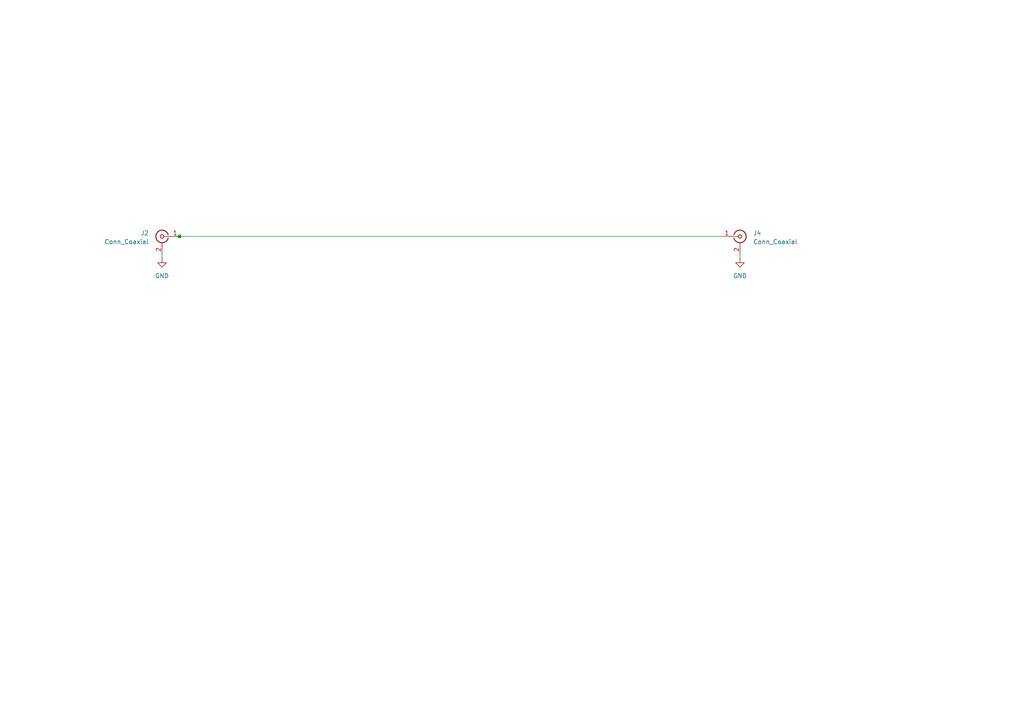
<source format=kicad_sch>
(kicad_sch (version 20250114) (generator "eeschema") (generator_version "9.0")
  (paper "A4")
  (lib_symbols
    (symbol "Connector:Conn_Coaxial" (pin_names (offset 1.016) (hide yes))
      (property "Reference" "J" (at 0.254 3.048 0))
      (property "Value" "Conn_Coaxial" (at 2.921 0 90))
      (symbol "Conn_Coaxial_0_1"
        (polyline (pts (xy -2.54 0) (xy -0.508 0)))
        (arc (start 1.778 0) (mid 0.222 -1.8079) (end -1.778 -0.508) (stroke (width 0.254)))
        (arc (start -1.778 0.508) (mid 0.2221 1.8084) (end 1.778 0) (stroke (width 0.254)))
        (circle (center 0 0) (radius 0.508) (stroke (width 0.2032)))
        (polyline (pts (xy 0 -2.54) (xy 0 -1.778)))
      )
      (symbol "Conn_Coaxial_1_1"
        (pin passive line (at -5.08 0 0) (length 2.54) (name "In") (number "1"))
        (pin passive line (at 0 -5.08 90) (length 2.54) (name "Ext") (number "2"))
      )
    )
    (symbol "power:GND" (power) (pin_numbers (hide yes)) (pin_names (offset 0) (hide yes))
      (property "Value" "GND" (at 0 -3.81 0))
      (symbol "GND_0_1"
        (polyline (pts (xy 0 0) (xy 0 -1.27) (xy 1.27 -1.27) (xy 0 -2.54) (xy -1.27 -1.27) (xy 0 -1.27)))
      )
      (symbol "GND_1_1"
        (pin power_in line (at 0 0 270) (length 0) (name "~") (number "1"))
      )
    )
  )
  (junction (at 52.07 68.58))
  (wire (pts (xy 46.99 74.93) (xy 46.99 73.66)))
  (wire (pts (xy 214.63 74.93) (xy 214.63 73.66)))
  (wire (pts (xy 52.07 68.58) (xy 209.55 68.58)))
  (wire (pts (xy 52.07 68.58) (xy 50.8 68.58)))
  (symbol (lib_id "Connector:Conn_Coaxial") (at 214.63 68.58 0) (unit 1)
    (property "Reference" "J4" (at 218.44 67.6031 0) (effects (justify left)))
    (property "Value" "Conn_Coaxial" (at 218.44 70.1431 0) (effects (justify left)))
    (property "Footprint" "Connector_Coaxial:SMA_Molex_73251-1153_EdgeMount_Horizontal" (effects (hide yes)))
    (property "Description" "coaxial connector (BNC, SMA, SMB, SMC, Cinch/RCA, LEMO, ...)" (effects (hide yes)))
  )
  (symbol (lib_id "Connector:Conn_Coaxial") (at 46.99 68.58 0) (mirror y) (unit 1)
    (property "Reference" "J2" (at 43.18 67.6031 0) (effects (justify left)))
    (property "Value" "Conn_Coaxial" (at 43.18 70.1431 0) (effects (justify left)))
    (property "Footprint" "Connector_Coaxial:SMA_Molex_73251-1153_EdgeMount_Horizontal" (effects (hide yes)))
    (property "Description" "coaxial connector (BNC, SMA, SMB, SMC, Cinch/RCA, LEMO, ...)" (effects (hide yes)))
  )
  (symbol (lib_id "power:GND") (at 214.63 74.93 0) (unit 1)
    (property "Reference" "#PWR026" (effects (hide yes)))
    (property "Value" "GND" (at 214.63 80.01 0))
    (property "Description" "Power symbol creates a global label with name \"GND\" , ground" (effects (hide yes)))
  )
  (symbol (lib_id "power:GND") (at 46.99 74.93 0) (unit 1)
    (property "Reference" "#PWR023" (effects (hide yes)))
    (property "Value" "GND" (at 46.99 80.01 0))
    (property "Description" "Power symbol creates a global label with name \"GND\" , ground" (effects (hide yes)))
  )
)
</source>
